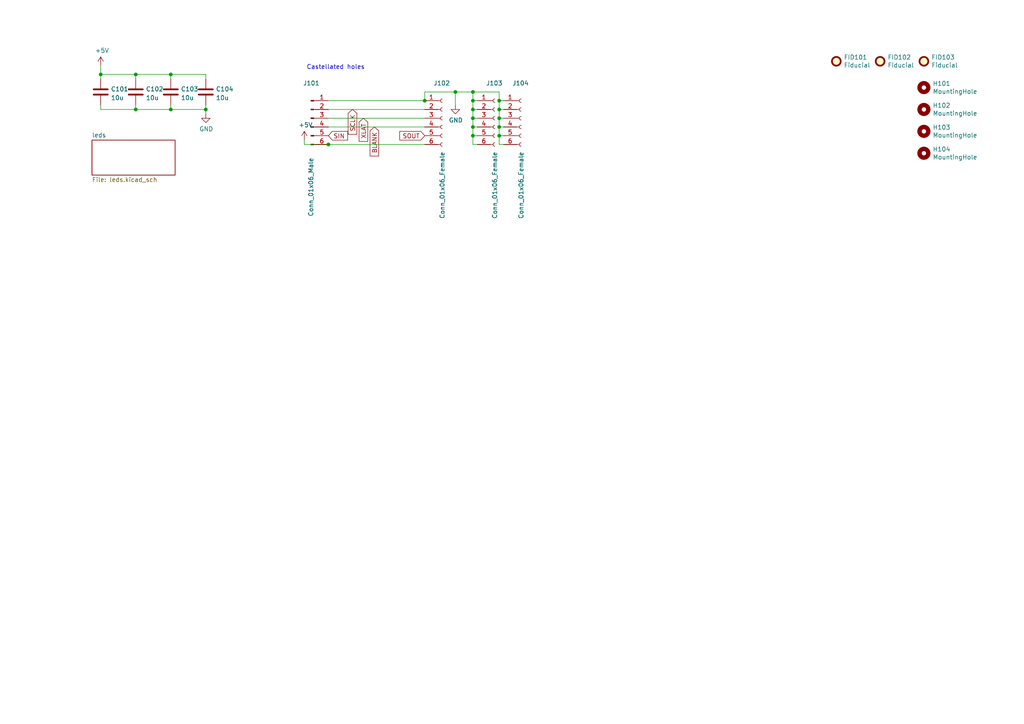
<source format=kicad_sch>
(kicad_sch (version 20230121) (generator eeschema)
  (paper "A4")
  (title_block (title "${TITLE}") (date "2022-07-14") (rev "${REVISION}") (company "${COMPANY}") (comment 1 "Author: ${AUTHOR_NAME}, ${AUTHOR_EMAIL}") (comment 2 "Overview"))
  (lib_symbols
    (symbol "Connector:Conn_01x06_Female" (pin_names (offset 1.016) hide)
      (property "Reference" "J" (at 0 7.62 0))
      (property "Value" "Conn_01x06_Female" (at 0 -10.16 0))
      (symbol "Conn_01x06_Female_1_1"
        (arc (start 0 -7.112) (mid -0.5058 -7.62) (end 0 -8.128) (stroke (width 0.1524)))
        (arc (start 0 -4.572) (mid -0.5058 -5.08) (end 0 -5.588) (stroke (width 0.1524)))
        (arc (start 0 -2.032) (mid -0.5058 -2.54) (end 0 -3.048) (stroke (width 0.1524)))
        (polyline (pts (xy -1.27 -7.62) (xy -0.508 -7.62)) (stroke (width 0.1524)))
        (polyline (pts (xy -1.27 -5.08) (xy -0.508 -5.08)) (stroke (width 0.1524)))
        (polyline (pts (xy -1.27 -2.54) (xy -0.508 -2.54)) (stroke (width 0.1524)))
        (polyline (pts (xy -1.27 0) (xy -0.508 0)) (stroke (width 0.1524)))
        (polyline (pts (xy -1.27 2.54) (xy -0.508 2.54)) (stroke (width 0.1524)))
        (polyline (pts (xy -1.27 5.08) (xy -0.508 5.08)) (stroke (width 0.1524)))
        (arc (start 0 0.508) (mid -0.5058 0) (end 0 -0.508) (stroke (width 0.1524)))
        (arc (start 0 3.048) (mid -0.5058 2.54) (end 0 2.032) (stroke (width 0.1524)))
        (arc (start 0 5.588) (mid -0.5058 5.08) (end 0 4.572) (stroke (width 0.1524)))
        (pin passive line (at -5.08 5.08 0) (length 3.81) (name "Pin_1") (number "1"))
        (pin passive line (at -5.08 2.54 0) (length 3.81) (name "Pin_2") (number "2"))
        (pin passive line (at -5.08 0 0) (length 3.81) (name "Pin_3") (number "3"))
        (pin passive line (at -5.08 -2.54 0) (length 3.81) (name "Pin_4") (number "4"))
        (pin passive line (at -5.08 -5.08 0) (length 3.81) (name "Pin_5") (number "5"))
        (pin passive line (at -5.08 -7.62 0) (length 3.81) (name "Pin_6") (number "6"))
      )
    )
    (symbol "Connector:Conn_01x06_Male" (pin_names (offset 1.016) hide)
      (property "Reference" "J" (at 0 7.62 0))
      (property "Value" "Conn_01x06_Male" (at 0 -10.16 0))
      (symbol "Conn_01x06_Male_1_1"
        (polyline (pts (xy 1.27 -7.62) (xy 0.8636 -7.62)) (stroke (width 0.1524)))
        (polyline (pts (xy 1.27 -5.08) (xy 0.8636 -5.08)) (stroke (width 0.1524)))
        (polyline (pts (xy 1.27 -2.54) (xy 0.8636 -2.54)) (stroke (width 0.1524)))
        (polyline (pts (xy 1.27 0) (xy 0.8636 0)) (stroke (width 0.1524)))
        (polyline (pts (xy 1.27 2.54) (xy 0.8636 2.54)) (stroke (width 0.1524)))
        (polyline (pts (xy 1.27 5.08) (xy 0.8636 5.08)) (stroke (width 0.1524)))
        (rectangle (start 0.8636 -7.493) (end 0 -7.747) (stroke (width 0.1524)) (fill (type outline)))
        (rectangle (start 0.8636 -4.953) (end 0 -5.207) (stroke (width 0.1524)) (fill (type outline)))
        (rectangle (start 0.8636 -2.413) (end 0 -2.667) (stroke (width 0.1524)) (fill (type outline)))
        (rectangle (start 0.8636 0.127) (end 0 -0.127) (stroke (width 0.1524)) (fill (type outline)))
        (rectangle (start 0.8636 2.667) (end 0 2.413) (stroke (width 0.1524)) (fill (type outline)))
        (rectangle (start 0.8636 5.207) (end 0 4.953) (stroke (width 0.1524)) (fill (type outline)))
        (pin passive line (at 5.08 5.08 180) (length 3.81) (name "Pin_1") (number "1"))
        (pin passive line (at 5.08 2.54 180) (length 3.81) (name "Pin_2") (number "2"))
        (pin passive line (at 5.08 0 180) (length 3.81) (name "Pin_3") (number "3"))
        (pin passive line (at 5.08 -2.54 180) (length 3.81) (name "Pin_4") (number "4"))
        (pin passive line (at 5.08 -5.08 180) (length 3.81) (name "Pin_5") (number "5"))
        (pin passive line (at 5.08 -7.62 180) (length 3.81) (name "Pin_6") (number "6"))
      )
    )
    (symbol "Device:C" (pin_numbers hide) (pin_names (offset 0.254))
      (property "Reference" "C" (at 0.635 2.54 0))
      (property "Value" "C" (at 0.635 -2.54 0))
      (symbol "C_0_1"
        (polyline (pts (xy -2.032 -0.762) (xy 2.032 -0.762)) (stroke (width 0.508)))
        (polyline (pts (xy -2.032 0.762) (xy 2.032 0.762)) (stroke (width 0.508)))
      )
      (symbol "C_1_1"
        (pin passive line (at 0 3.81 270) (length 2.794) (name "~") (number "1"))
        (pin passive line (at 0 -3.81 90) (length 2.794) (name "~") (number "2"))
      )
    )
    (symbol "pcb:+5V" (power) (pin_names (offset 0))
      (property "Value" "+5V" (at 0 3.556 0))
      (symbol "+5V_0_1"
        (polyline (pts (xy -0.762 1.27) (xy 0 2.54)))
        (polyline (pts (xy 0 0) (xy 0 2.54)))
        (polyline (pts (xy 0 2.54) (xy 0.762 1.27)))
      )
      (symbol "+5V_1_1"
        (pin power_in line (at 0 0 90) (length 0) hide (name "+5V") (number "1"))
      )
    )
    (symbol "pcb:Fiducial-mechanical"
      (property "Reference" "FID" (at 0 5.08 0))
      (property "Value" "Fiducial-mechanical" (at 0 3.175 0))
      (symbol "Fiducial-mechanical_0_1"
        (circle (center 0 0) (radius 1.27) (stroke (width 0.508)) (fill (type background)))
      )
    )
    (symbol "pcb:GND" (power) (pin_names (offset 0))
      (property "Value" "GND" (at 0 -3.81 0))
      (symbol "GND_0_1"
        (polyline (pts (xy 0 0) (xy 0 -1.27) (xy 1.27 -1.27) (xy 0 -2.54) (xy -1.27 -1.27) (xy 0 -1.27)))
      )
      (symbol "GND_1_1"
        (pin power_in line (at 0 0 270) (length 0) hide (name "GND") (number "1"))
      )
    )
    (symbol "pcb:MountingHole" (pin_names (offset 1.016))
      (property "Reference" "H" (at 0 5.08 0))
      (property "Value" "MountingHole" (at 0 3.175 0))
      (symbol "MountingHole_0_1"
        (circle (center 0 0) (radius 1.27) (stroke (width 1.27)))
      )
    )
  )
  (junction (at 137.16 26.67))
  (junction (at 39.37 31.75))
  (junction (at 49.53 31.75))
  (junction (at 137.16 31.75))
  (junction (at 144.78 31.75))
  (junction (at 49.53 21.59))
  (junction (at 137.16 39.37))
  (junction (at 137.16 34.29))
  (junction (at 29.21 21.59))
  (junction (at 144.78 36.83))
  (junction (at 137.16 36.83))
  (junction (at 123.19 29.21))
  (junction (at 95.25 41.91))
  (junction (at 59.69 31.75))
  (junction (at 132.08 26.67))
  (junction (at 137.16 29.21))
  (junction (at 144.78 34.29))
  (junction (at 39.37 21.59))
  (junction (at 144.78 39.37))
  (junction (at 144.78 29.21))
  (wire (pts (xy 144.78 31.75) (xy 144.78 34.29)))
  (wire (pts (xy 29.21 19.05) (xy 29.21 21.59)))
  (wire (pts (xy 137.16 39.37) (xy 138.43 39.37)))
  (wire (pts (xy 146.05 41.91) (xy 144.78 41.91)))
  (wire (pts (xy 39.37 30.48) (xy 39.37 31.75)))
  (wire (pts (xy 132.08 26.67) (xy 132.08 30.48)))
  (wire (pts (xy 95.25 41.91) (xy 123.19 41.91)))
  (wire (pts (xy 49.53 31.75) (xy 59.69 31.75)))
  (wire (pts (xy 137.16 36.83) (xy 137.16 39.37)))
  (wire (pts (xy 59.69 31.75) (xy 59.69 33.02)))
  (wire (pts (xy 95.25 36.83) (xy 123.19 36.83)))
  (wire (pts (xy 95.25 34.29) (xy 123.19 34.29)))
  (wire (pts (xy 137.16 34.29) (xy 137.16 36.83)))
  (wire (pts (xy 49.53 21.59) (xy 39.37 21.59)))
  (wire (pts (xy 137.16 29.21) (xy 137.16 26.67)))
  (wire (pts (xy 49.53 21.59) (xy 49.53 22.86)))
  (wire (pts (xy 144.78 29.21) (xy 146.05 29.21)))
  (wire (pts (xy 137.16 31.75) (xy 138.43 31.75)))
  (wire (pts (xy 137.16 41.91) (xy 138.43 41.91)))
  (wire (pts (xy 138.43 29.21) (xy 137.16 29.21)))
  (wire (pts (xy 95.25 31.75) (xy 123.19 31.75)))
  (wire (pts (xy 59.69 31.75) (xy 59.69 30.48)))
  (wire (pts (xy 123.19 26.67) (xy 132.08 26.67)))
  (wire (pts (xy 29.21 31.75) (xy 39.37 31.75)))
  (wire (pts (xy 144.78 39.37) (xy 146.05 39.37)))
  (wire (pts (xy 144.78 36.83) (xy 144.78 39.37)))
  (wire (pts (xy 137.16 34.29) (xy 138.43 34.29)))
  (wire (pts (xy 137.16 36.83) (xy 138.43 36.83)))
  (wire (pts (xy 49.53 30.48) (xy 49.53 31.75)))
  (wire (pts (xy 137.16 31.75) (xy 137.16 34.29)))
  (wire (pts (xy 88.265 41.91) (xy 88.265 40.64)))
  (wire (pts (xy 59.69 21.59) (xy 49.53 21.59)))
  (wire (pts (xy 88.265 41.91) (xy 95.25 41.91)))
  (wire (pts (xy 144.78 29.21) (xy 144.78 31.75)))
  (wire (pts (xy 39.37 21.59) (xy 39.37 22.86)))
  (wire (pts (xy 39.37 31.75) (xy 49.53 31.75)))
  (wire (pts (xy 132.08 26.67) (xy 137.16 26.67)))
  (wire (pts (xy 137.16 29.21) (xy 137.16 31.75)))
  (wire (pts (xy 39.37 21.59) (xy 29.21 21.59)))
  (wire (pts (xy 144.78 31.75) (xy 146.05 31.75)))
  (wire (pts (xy 95.25 29.21) (xy 123.19 29.21)))
  (wire (pts (xy 29.21 30.48) (xy 29.21 31.75)))
  (wire (pts (xy 59.69 22.86) (xy 59.69 21.59)))
  (wire (pts (xy 144.78 34.29) (xy 146.05 34.29)))
  (wire (pts (xy 137.16 26.67) (xy 144.78 26.67)))
  (wire (pts (xy 29.21 21.59) (xy 29.21 22.86)))
  (wire (pts (xy 144.78 36.83) (xy 146.05 36.83)))
  (wire (pts (xy 123.19 29.21) (xy 123.19 26.67)))
  (wire (pts (xy 144.78 26.67) (xy 144.78 29.21)))
  (wire (pts (xy 144.78 34.29) (xy 144.78 36.83)))
  (wire (pts (xy 144.78 39.37) (xy 144.78 41.91)))
  (wire (pts (xy 137.16 39.37) (xy 137.16 41.91)))
  (text "Castellated holes" (at 88.9 20.32 0) (effects (font (size 1.27 1.27)) (justify left bottom)))
  (global_label "BLANK" (shape input) (at 108.585 36.83 270) (property "Intersheetrefs" "${INTERSHEET_REFS}" (effects hide)))
  (global_label "XLAT" (shape input) (at 105.41 34.29 270) (property "Intersheetrefs" "${INTERSHEET_REFS}" (effects hide)))
  (global_label "SOUT" (shape input) (at 123.19 39.37 180) (property "Intersheetrefs" "${INTERSHEET_REFS}" (effects hide)))
  (global_label "SCLK" (shape input) (at 102.235 31.75 270) (property "Intersheetrefs" "${INTERSHEET_REFS}" (effects hide)))
  (global_label "SIN" (shape input) (at 95.25 39.37 0) (property "Intersheetrefs" "${INTERSHEET_REFS}" (effects hide)))
  (symbol (lib_id "pcb:Fiducial-mechanical") (at 242.57 17.78 0) (unit 1)
    (property "Reference" "FID101" (at 244.729 16.6116 0) (effects (justify left)))
    (property "Value" "Fiducial" (at 244.729 18.923 0) (effects (justify left)))
    (property "Footprint" "Fiducials:Fiducial_0.5mm_Dia_1mm_Outer" (effects hide))
  )
  (symbol (lib_id "pcb:Fiducial-mechanical") (at 255.27 17.78 0) (unit 1)
    (property "Reference" "FID102" (at 257.429 16.6116 0) (effects (justify left)))
    (property "Value" "Fiducial" (at 257.429 18.923 0) (effects (justify left)))
    (property "Footprint" "Fiducials:Fiducial_0.5mm_Dia_1mm_Outer" (effects hide))
  )
  (symbol (lib_id "pcb:Fiducial-mechanical") (at 267.97 17.78 0) (unit 1)
    (property "Reference" "FID103" (at 270.129 16.6116 0) (effects (justify left)))
    (property "Value" "Fiducial" (at 270.129 18.923 0) (effects (justify left)))
    (property "Footprint" "Fiducials:Fiducial_0.5mm_Dia_1mm_Outer" (effects hide))
  )
  (symbol (lib_id "pcb:MountingHole") (at 267.97 25.4 0) (unit 1)
    (property "Reference" "H101" (at 270.51 24.2316 0) (effects (justify left)))
    (property "Value" "MountingHole" (at 270.51 26.543 0) (effects (justify left)))
    (property "Footprint" "MountingHole:MountingHole_2.2mm_M2" (effects hide))
  )
  (symbol (lib_id "pcb:MountingHole") (at 267.97 31.75 0) (unit 1)
    (property "Reference" "H102" (at 270.51 30.5816 0) (effects (justify left)))
    (property "Value" "MountingHole" (at 270.51 32.893 0) (effects (justify left)))
    (property "Footprint" "MountingHole:MountingHole_2.2mm_M2" (effects hide))
  )
  (symbol (lib_id "pcb:MountingHole") (at 267.97 38.1 0) (unit 1)
    (property "Reference" "H103" (at 270.51 36.9316 0) (effects (justify left)))
    (property "Value" "MountingHole" (at 270.51 39.243 0) (effects (justify left)))
    (property "Footprint" "MountingHole:MountingHole_2.2mm_M2" (effects hide))
  )
  (symbol (lib_id "pcb:MountingHole") (at 267.97 44.45 0) (unit 1)
    (property "Reference" "H104" (at 270.51 43.2816 0) (effects (justify left)))
    (property "Value" "MountingHole" (at 270.51 45.593 0) (effects (justify left)))
    (property "Footprint" "MountingHole:MountingHole_2.2mm_M2" (effects hide))
  )
  (symbol (lib_id "Device:C") (at 39.37 26.67 0) (unit 1)
    (property "Reference" "C102" (at 42.291 25.8353 0) (effects (justify left)))
    (property "Value" "10u" (at 42.291 28.3722 0) (effects (justify left)))
    (property "Footprint" "Capacitor_SMD:C_0805_2012Metric" (effects hide))
  )
  (symbol (lib_id "Device:C") (at 49.53 26.67 0) (unit 1)
    (property "Reference" "C103" (at 52.451 25.8353 0) (effects (justify left)))
    (property "Value" "10u" (at 52.451 28.3722 0) (effects (justify left)))
    (property "Footprint" "Capacitor_SMD:C_0805_2012Metric" (effects hide))
  )
  (symbol (lib_id "pcb:+5V") (at 29.21 19.05 0) (unit 1)
    (property "Reference" "#PWR0102" (effects hide))
    (property "Value" "+5V" (at 29.591 14.6558 0))
  )
  (symbol (lib_id "pcb:GND") (at 132.08 30.48 0) (unit 1)
    (property "Reference" "#PWR0103" (effects hide))
    (property "Value" "GND" (at 132.207 34.8742 0))
  )
  (symbol (lib_id "pcb:GND") (at 59.69 33.02 0) (unit 1)
    (property "Reference" "#PWR0104" (effects hide))
    (property "Value" "GND" (at 59.817 37.4142 0))
  )
  (symbol (lib_id "Connector:Conn_01x06_Male") (at 90.17 34.29 0) (unit 1)
    (property "Reference" "J101" (at 92.71 24.13 0) (effects (justify right)))
    (property "Value" "Conn_01x06_Male" (at 90.17 45.72 90) (effects (justify right)))
    (property "Footprint" "thms:CastellatedEdge_1x06P3.175mm_Vertical" (effects hide))
  )
  (symbol (lib_id "Connector:Conn_01x06_Female") (at 128.27 34.29 0) (unit 1)
    (property "Reference" "J102" (at 125.73 24.13 0) (effects (justify left)))
    (property "Value" "Conn_01x06_Female" (at 128.27 63.5 90) (effects (justify left)))
    (property "Footprint" "thms:CastellatedEdge_1x06P3.175mm_Vertical" (effects hide))
  )
  (symbol (lib_id "Connector:Conn_01x06_Female") (at 151.13 34.29 0) (unit 1)
    (property "Reference" "J104" (at 148.59 24.13 0) (effects (justify left)))
    (property "Value" "Conn_01x06_Female" (at 151.13 63.5 90) (effects (justify left)))
    (property "Footprint" "thms:CastellatedEdge_1x06P3.175mm_Vertical" (effects hide))
  )
  (symbol (lib_id "Device:C") (at 59.69 26.67 0) (unit 1)
    (property "Reference" "C104" (at 62.611 25.8353 0) (effects (justify left)))
    (property "Value" "10u" (at 62.611 28.3722 0) (effects (justify left)))
    (property "Footprint" "Capacitor_SMD:C_0805_2012Metric" (effects hide))
  )
  (symbol (lib_id "pcb:+5V") (at 88.265 40.64 0) (unit 1)
    (property "Reference" "#PWR0101" (effects hide))
    (property "Value" "+5V" (at 88.646 36.2458 0))
  )
  (symbol (lib_id "Device:C") (at 29.21 26.67 0) (unit 1)
    (property "Reference" "C101" (at 32.131 25.8353 0) (effects (justify left)))
    (property "Value" "10u" (at 32.131 28.3722 0) (effects (justify left)))
    (property "Footprint" "Capacitor_SMD:C_0805_2012Metric" (effects hide))
  )
  (symbol (lib_id "Connector:Conn_01x06_Female") (at 143.51 34.29 0) (unit 1)
    (property "Reference" "J103" (at 140.97 24.13 0) (effects (justify left)))
    (property "Value" "Conn_01x06_Female" (at 143.51 63.5 90) (effects (justify left)))
    (property "Footprint" "thms:CastellatedEdge_1x06P3.175mm_Vertical" (effects hide))
  )
  (sheet (at 26.67 40.64) (size 24.13 10.16)
    (property "Sheetname" "leds" (at 26.67 39.9284 0) (effects (justify left bottom)))
    (property "Sheetfile" "leds.kicad_sch" (at 26.67 51.3846 0) (effects (justify left top)))
  )
)
</source>
